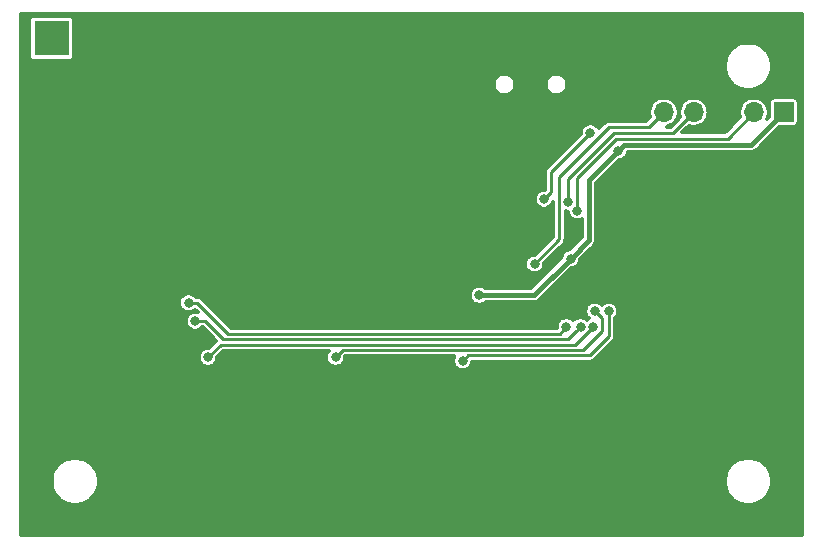
<source format=gbr>
G04 #@! TF.GenerationSoftware,KiCad,Pcbnew,5.1.6-c6e7f7d~87~ubuntu20.04.1*
G04 #@! TF.CreationDate,2020-09-01T15:12:56+02:00*
G04 #@! TF.ProjectId,UVDAR_Board,55564441-525f-4426-9f61-72642e6b6963,rev?*
G04 #@! TF.SameCoordinates,Original*
G04 #@! TF.FileFunction,Copper,L2,Bot*
G04 #@! TF.FilePolarity,Positive*
%FSLAX46Y46*%
G04 Gerber Fmt 4.6, Leading zero omitted, Abs format (unit mm)*
G04 Created by KiCad (PCBNEW 5.1.6-c6e7f7d~87~ubuntu20.04.1) date 2020-09-01 15:12:56*
%MOMM*%
%LPD*%
G01*
G04 APERTURE LIST*
G04 #@! TA.AperFunction,ComponentPad*
%ADD10R,1.700000X1.700000*%
G04 #@! TD*
G04 #@! TA.AperFunction,ComponentPad*
%ADD11O,1.700000X1.700000*%
G04 #@! TD*
G04 #@! TA.AperFunction,ComponentPad*
%ADD12C,3.000000*%
G04 #@! TD*
G04 #@! TA.AperFunction,ComponentPad*
%ADD13R,3.000000X3.000000*%
G04 #@! TD*
G04 #@! TA.AperFunction,ViaPad*
%ADD14C,0.800000*%
G04 #@! TD*
G04 #@! TA.AperFunction,Conductor*
%ADD15C,0.400000*%
G04 #@! TD*
G04 #@! TA.AperFunction,Conductor*
%ADD16C,0.250000*%
G04 #@! TD*
G04 #@! TA.AperFunction,Conductor*
%ADD17C,0.300000*%
G04 #@! TD*
G04 #@! TA.AperFunction,Conductor*
%ADD18C,0.254000*%
G04 #@! TD*
G04 APERTURE END LIST*
D10*
X157000000Y-110750000D03*
D11*
X154460000Y-110750000D03*
X151920000Y-110750000D03*
X149380000Y-110750000D03*
X146840000Y-110750000D03*
D12*
X95000000Y-109500000D03*
D13*
X95000000Y-104500000D03*
D14*
X146000000Y-122500000D03*
X147000000Y-134000000D03*
X139000000Y-134000000D03*
X136000000Y-134000000D03*
X106000000Y-135000000D03*
X104000000Y-135000000D03*
X104000000Y-127000000D03*
X105000000Y-125000000D03*
X104000000Y-115000000D03*
X107000000Y-115000000D03*
X106500000Y-105000000D03*
X106500000Y-107000000D03*
X106500000Y-109000000D03*
X108000000Y-107000000D03*
X108000000Y-105000000D03*
X107250000Y-106000000D03*
X129000000Y-124800000D03*
X123000000Y-116000000D03*
X120000000Y-113900000D03*
X107226341Y-107980849D03*
X129000000Y-108000000D03*
X126000000Y-108000000D03*
X126000000Y-111000000D03*
X129000000Y-111000000D03*
X129000000Y-114000000D03*
X129000000Y-117000000D03*
X129000000Y-120000000D03*
X126000000Y-117000000D03*
X126000000Y-114000000D03*
X129000000Y-105000000D03*
X152000000Y-105000000D03*
X156000000Y-105000000D03*
X111000000Y-131500000D03*
X113000000Y-131500000D03*
X111000000Y-128000000D03*
X126500000Y-128000000D03*
X129500000Y-128000000D03*
X126500000Y-132000000D03*
X126500000Y-135000000D03*
X108500000Y-126000000D03*
X108500000Y-123000000D03*
X108500000Y-119500000D03*
X108500000Y-116000000D03*
X137500000Y-132500000D03*
X143000000Y-117000000D03*
X134500000Y-120500000D03*
X134000000Y-104500000D03*
X137500000Y-104500000D03*
X139000000Y-120500000D03*
X137000000Y-120500000D03*
X123750000Y-128000000D03*
X123750000Y-131750000D03*
X103750000Y-123500000D03*
X143230000Y-131200000D03*
X150000000Y-105750000D03*
X147500000Y-106750000D03*
X143750000Y-104250000D03*
X147500000Y-104250000D03*
X145000000Y-110000000D03*
X144750000Y-106750000D03*
X142000000Y-106250000D03*
X139000000Y-108500000D03*
X134000000Y-113500000D03*
X113750000Y-135250000D03*
X113750000Y-134250000D03*
X122500000Y-122750000D03*
X123000000Y-118000000D03*
X144750000Y-123750000D03*
X147250000Y-121250000D03*
X144750000Y-121250000D03*
X147250000Y-123750000D03*
X111000000Y-124250000D03*
X97500000Y-108500000D03*
X97500000Y-109500000D03*
X97500000Y-110500000D03*
X97500000Y-111500000D03*
X98250000Y-111000000D03*
X98250000Y-110000000D03*
X98250000Y-109000000D03*
X92750000Y-108500000D03*
X92750000Y-109500000D03*
X92750000Y-110500000D03*
X92750000Y-111500000D03*
X96500000Y-112000000D03*
X95500000Y-112000000D03*
X98250000Y-112000000D03*
X94500000Y-112000000D03*
X93500000Y-112000000D03*
X143000000Y-114000000D03*
X131221795Y-126240000D03*
X138960000Y-123140000D03*
X135900000Y-123600000D03*
X106605001Y-126890000D03*
X138600043Y-128910495D03*
X107160000Y-128430000D03*
X139800000Y-128900004D03*
X108250000Y-131500008D03*
X140874990Y-128899992D03*
X129816184Y-131806184D03*
X142200000Y-127600000D03*
X119050000Y-131500008D03*
X141000000Y-127600000D03*
X138725010Y-118374990D03*
X139500000Y-119100000D03*
X136700000Y-118099974D03*
X140625000Y-112500000D03*
D15*
X140500000Y-121600000D02*
X138960000Y-123140000D01*
X143500000Y-113500000D02*
X143000000Y-114000000D01*
X154250000Y-113500000D02*
X143500000Y-113500000D01*
X157000000Y-110500000D02*
X157000000Y-110750000D01*
X157000000Y-110750000D02*
X154250000Y-113500000D01*
X135860000Y-126240000D02*
X131221795Y-126240000D01*
X138960000Y-123140000D02*
X135860000Y-126240000D01*
X140500000Y-116500000D02*
X140500000Y-121600000D01*
X143000000Y-114000000D02*
X140500000Y-116500000D01*
D16*
X146840000Y-110500000D02*
X146840000Y-110750000D01*
X138000000Y-121500000D02*
X135900000Y-123600000D01*
X142200000Y-112000000D02*
X138000000Y-116200000D01*
X146840000Y-110750000D02*
X145590000Y-112000000D01*
X138000000Y-116200000D02*
X138000000Y-121500000D01*
X145590000Y-112000000D02*
X142200000Y-112000000D01*
X109970000Y-129500000D02*
X138010538Y-129500000D01*
X138010538Y-129500000D02*
X138600043Y-128910495D01*
X106605001Y-126890000D02*
X107360000Y-126890000D01*
X107360000Y-126890000D02*
X109970000Y-129500000D01*
X107160000Y-128430000D02*
X107160000Y-128430000D01*
X109550011Y-129950011D02*
X138749993Y-129950011D01*
X139400001Y-129300003D02*
X139800000Y-128900004D01*
X138749993Y-129950011D02*
X139400001Y-129300003D01*
X107160000Y-128430000D02*
X108030000Y-128430000D01*
X108030000Y-128430000D02*
X109550011Y-129950011D01*
X108250000Y-131500008D02*
X109310008Y-130440000D01*
X109310008Y-130440000D02*
X139334982Y-130440000D01*
X140474991Y-129299991D02*
X140874990Y-128899992D01*
X139334982Y-130440000D02*
X140474991Y-129299991D01*
X142200000Y-129700000D02*
X142200000Y-127600000D01*
X140559978Y-131340022D02*
X142200000Y-129700000D01*
X129816184Y-131806184D02*
X130282346Y-131340022D01*
X130282346Y-131340022D02*
X140559978Y-131340022D01*
X140009989Y-130890011D02*
X141600000Y-129300000D01*
X141399999Y-127999999D02*
X141000000Y-127600000D01*
X119050000Y-131500008D02*
X119659997Y-130890011D01*
X141600000Y-128200000D02*
X141399999Y-127999999D01*
X141600000Y-129300000D02*
X141600000Y-128200000D01*
X119659997Y-130890011D02*
X140009989Y-130890011D01*
X142636410Y-112500000D02*
X138725010Y-116411400D01*
X149380000Y-110500000D02*
X149380000Y-110750000D01*
X147630000Y-112500000D02*
X142636410Y-112500000D01*
X149380000Y-110750000D02*
X147630000Y-112500000D01*
X138725010Y-116400000D02*
X138725010Y-118374990D01*
X142797831Y-112974989D02*
X139500000Y-116272820D01*
X152235011Y-112974989D02*
X142797831Y-112974989D01*
X154460000Y-110500000D02*
X154460000Y-110750000D01*
X154460000Y-110750000D02*
X152235011Y-112974989D01*
X139500000Y-116300000D02*
X139500000Y-119100000D01*
X137299974Y-115825026D02*
X140625000Y-112500000D01*
X136700000Y-118099974D02*
X137299974Y-117500000D01*
X137299974Y-117500000D02*
X137299974Y-115825026D01*
D17*
G36*
X158550001Y-146550000D02*
G01*
X92450000Y-146550000D01*
X92450000Y-141803017D01*
X95000000Y-141803017D01*
X95000000Y-142196983D01*
X95076859Y-142583378D01*
X95227623Y-142947355D01*
X95446499Y-143274926D01*
X95725074Y-143553501D01*
X96052645Y-143772377D01*
X96416622Y-143923141D01*
X96803017Y-144000000D01*
X97196983Y-144000000D01*
X97583378Y-143923141D01*
X97947355Y-143772377D01*
X98274926Y-143553501D01*
X98553501Y-143274926D01*
X98772377Y-142947355D01*
X98923141Y-142583378D01*
X99000000Y-142196983D01*
X99000000Y-141803017D01*
X152000000Y-141803017D01*
X152000000Y-142196983D01*
X152076859Y-142583378D01*
X152227623Y-142947355D01*
X152446499Y-143274926D01*
X152725074Y-143553501D01*
X153052645Y-143772377D01*
X153416622Y-143923141D01*
X153803017Y-144000000D01*
X154196983Y-144000000D01*
X154583378Y-143923141D01*
X154947355Y-143772377D01*
X155274926Y-143553501D01*
X155553501Y-143274926D01*
X155772377Y-142947355D01*
X155923141Y-142583378D01*
X156000000Y-142196983D01*
X156000000Y-141803017D01*
X155923141Y-141416622D01*
X155772377Y-141052645D01*
X155553501Y-140725074D01*
X155274926Y-140446499D01*
X154947355Y-140227623D01*
X154583378Y-140076859D01*
X154196983Y-140000000D01*
X153803017Y-140000000D01*
X153416622Y-140076859D01*
X153052645Y-140227623D01*
X152725074Y-140446499D01*
X152446499Y-140725074D01*
X152227623Y-141052645D01*
X152076859Y-141416622D01*
X152000000Y-141803017D01*
X99000000Y-141803017D01*
X98923141Y-141416622D01*
X98772377Y-141052645D01*
X98553501Y-140725074D01*
X98274926Y-140446499D01*
X97947355Y-140227623D01*
X97583378Y-140076859D01*
X97196983Y-140000000D01*
X96803017Y-140000000D01*
X96416622Y-140076859D01*
X96052645Y-140227623D01*
X95725074Y-140446499D01*
X95446499Y-140725074D01*
X95227623Y-141052645D01*
X95076859Y-141416622D01*
X95000000Y-141803017D01*
X92450000Y-141803017D01*
X92450000Y-126811207D01*
X105805001Y-126811207D01*
X105805001Y-126968793D01*
X105835744Y-127123351D01*
X105896050Y-127268942D01*
X105983600Y-127399970D01*
X106095031Y-127511401D01*
X106226059Y-127598951D01*
X106371650Y-127659257D01*
X106526208Y-127690000D01*
X106683794Y-127690000D01*
X106838352Y-127659257D01*
X106983943Y-127598951D01*
X107114971Y-127511401D01*
X107176955Y-127449417D01*
X107387023Y-127659484D01*
X107238793Y-127630000D01*
X107081207Y-127630000D01*
X106926649Y-127660743D01*
X106781058Y-127721049D01*
X106650030Y-127808599D01*
X106538599Y-127920030D01*
X106451049Y-128051058D01*
X106390743Y-128196649D01*
X106360000Y-128351207D01*
X106360000Y-128508793D01*
X106390743Y-128663351D01*
X106451049Y-128808942D01*
X106538599Y-128939970D01*
X106650030Y-129051401D01*
X106781058Y-129138951D01*
X106926649Y-129199257D01*
X107081207Y-129230000D01*
X107238793Y-129230000D01*
X107393351Y-129199257D01*
X107538942Y-129138951D01*
X107669970Y-129051401D01*
X107766371Y-128955000D01*
X107812539Y-128955000D01*
X108931360Y-130073822D01*
X108920542Y-130087004D01*
X108307539Y-130700008D01*
X108171207Y-130700008D01*
X108016649Y-130730751D01*
X107871058Y-130791057D01*
X107740030Y-130878607D01*
X107628599Y-130990038D01*
X107541049Y-131121066D01*
X107480743Y-131266657D01*
X107450000Y-131421215D01*
X107450000Y-131578801D01*
X107480743Y-131733359D01*
X107541049Y-131878950D01*
X107628599Y-132009978D01*
X107740030Y-132121409D01*
X107871058Y-132208959D01*
X108016649Y-132269265D01*
X108171207Y-132300008D01*
X108328793Y-132300008D01*
X108483351Y-132269265D01*
X108628942Y-132208959D01*
X108759970Y-132121409D01*
X108871401Y-132009978D01*
X108958951Y-131878950D01*
X109019257Y-131733359D01*
X109050000Y-131578801D01*
X109050000Y-131442469D01*
X109527470Y-130965000D01*
X118453637Y-130965000D01*
X118428599Y-130990038D01*
X118341049Y-131121066D01*
X118280743Y-131266657D01*
X118250000Y-131421215D01*
X118250000Y-131578801D01*
X118280743Y-131733359D01*
X118341049Y-131878950D01*
X118428599Y-132009978D01*
X118540030Y-132121409D01*
X118671058Y-132208959D01*
X118816649Y-132269265D01*
X118971207Y-132300008D01*
X119128793Y-132300008D01*
X119283351Y-132269265D01*
X119428942Y-132208959D01*
X119559970Y-132121409D01*
X119671401Y-132009978D01*
X119758951Y-131878950D01*
X119819257Y-131733359D01*
X119850000Y-131578801D01*
X119850000Y-131442470D01*
X119877459Y-131415011D01*
X129115405Y-131415011D01*
X129107233Y-131427242D01*
X129046927Y-131572833D01*
X129016184Y-131727391D01*
X129016184Y-131884977D01*
X129046927Y-132039535D01*
X129107233Y-132185126D01*
X129194783Y-132316154D01*
X129306214Y-132427585D01*
X129437242Y-132515135D01*
X129582833Y-132575441D01*
X129737391Y-132606184D01*
X129894977Y-132606184D01*
X130049535Y-132575441D01*
X130195126Y-132515135D01*
X130326154Y-132427585D01*
X130437585Y-132316154D01*
X130525135Y-132185126D01*
X130585441Y-132039535D01*
X130616184Y-131884977D01*
X130616184Y-131865022D01*
X140534198Y-131865022D01*
X140559978Y-131867561D01*
X140585758Y-131865022D01*
X140585766Y-131865022D01*
X140662896Y-131857425D01*
X140761859Y-131827405D01*
X140853064Y-131778655D01*
X140933005Y-131713049D01*
X140949449Y-131693012D01*
X142552996Y-130089466D01*
X142573027Y-130073027D01*
X142638633Y-129993086D01*
X142687383Y-129901881D01*
X142717403Y-129802918D01*
X142725000Y-129725788D01*
X142725000Y-129725781D01*
X142727539Y-129700001D01*
X142725000Y-129674221D01*
X142725000Y-128206371D01*
X142821401Y-128109970D01*
X142908951Y-127978942D01*
X142969257Y-127833351D01*
X143000000Y-127678793D01*
X143000000Y-127521207D01*
X142969257Y-127366649D01*
X142908951Y-127221058D01*
X142821401Y-127090030D01*
X142709970Y-126978599D01*
X142578942Y-126891049D01*
X142433351Y-126830743D01*
X142278793Y-126800000D01*
X142121207Y-126800000D01*
X141966649Y-126830743D01*
X141821058Y-126891049D01*
X141690030Y-126978599D01*
X141600000Y-127068629D01*
X141509970Y-126978599D01*
X141378942Y-126891049D01*
X141233351Y-126830743D01*
X141078793Y-126800000D01*
X140921207Y-126800000D01*
X140766649Y-126830743D01*
X140621058Y-126891049D01*
X140490030Y-126978599D01*
X140378599Y-127090030D01*
X140291049Y-127221058D01*
X140230743Y-127366649D01*
X140200000Y-127521207D01*
X140200000Y-127678793D01*
X140230743Y-127833351D01*
X140291049Y-127978942D01*
X140378599Y-128109970D01*
X140474241Y-128205612D01*
X140365020Y-128278591D01*
X140337489Y-128306122D01*
X140309970Y-128278603D01*
X140178942Y-128191053D01*
X140033351Y-128130747D01*
X139878793Y-128100004D01*
X139721207Y-128100004D01*
X139566649Y-128130747D01*
X139421058Y-128191053D01*
X139290030Y-128278603D01*
X139194776Y-128373857D01*
X139110013Y-128289094D01*
X138978985Y-128201544D01*
X138833394Y-128141238D01*
X138678836Y-128110495D01*
X138521250Y-128110495D01*
X138366692Y-128141238D01*
X138221101Y-128201544D01*
X138090073Y-128289094D01*
X137978642Y-128400525D01*
X137891092Y-128531553D01*
X137830786Y-128677144D01*
X137800043Y-128831702D01*
X137800043Y-128968034D01*
X137793077Y-128975000D01*
X110187462Y-128975000D01*
X107749471Y-126537010D01*
X107733027Y-126516973D01*
X107653086Y-126451367D01*
X107561881Y-126402617D01*
X107462918Y-126372597D01*
X107385788Y-126365000D01*
X107385780Y-126365000D01*
X107360000Y-126362461D01*
X107334220Y-126365000D01*
X107211372Y-126365000D01*
X107114971Y-126268599D01*
X106983943Y-126181049D01*
X106936041Y-126161207D01*
X130421795Y-126161207D01*
X130421795Y-126318793D01*
X130452538Y-126473351D01*
X130512844Y-126618942D01*
X130600394Y-126749970D01*
X130711825Y-126861401D01*
X130842853Y-126948951D01*
X130988444Y-127009257D01*
X131143002Y-127040000D01*
X131300588Y-127040000D01*
X131455146Y-127009257D01*
X131600737Y-126948951D01*
X131731765Y-126861401D01*
X131753166Y-126840000D01*
X135830526Y-126840000D01*
X135860000Y-126842903D01*
X135889474Y-126840000D01*
X135977621Y-126831318D01*
X136090721Y-126797010D01*
X136194955Y-126741296D01*
X136286317Y-126666317D01*
X136305113Y-126643414D01*
X139008528Y-123940000D01*
X139038793Y-123940000D01*
X139193351Y-123909257D01*
X139338942Y-123848951D01*
X139469970Y-123761401D01*
X139581401Y-123649970D01*
X139668951Y-123518942D01*
X139729257Y-123373351D01*
X139760000Y-123218793D01*
X139760000Y-123188527D01*
X140903419Y-122045109D01*
X140926317Y-122026317D01*
X141001296Y-121934955D01*
X141045103Y-121852997D01*
X141057010Y-121830722D01*
X141091318Y-121717621D01*
X141102903Y-121600000D01*
X141100000Y-121570526D01*
X141100000Y-116748527D01*
X143048528Y-114800000D01*
X143078793Y-114800000D01*
X143233351Y-114769257D01*
X143378942Y-114708951D01*
X143509970Y-114621401D01*
X143621401Y-114509970D01*
X143708951Y-114378942D01*
X143769257Y-114233351D01*
X143795782Y-114100000D01*
X154220526Y-114100000D01*
X154250000Y-114102903D01*
X154279474Y-114100000D01*
X154367621Y-114091318D01*
X154480721Y-114057010D01*
X154584955Y-114001296D01*
X154676317Y-113926317D01*
X154695113Y-113903414D01*
X156596593Y-112001935D01*
X157850000Y-112001935D01*
X157928414Y-111994212D01*
X158003814Y-111971340D01*
X158073303Y-111934197D01*
X158134211Y-111884211D01*
X158184197Y-111823303D01*
X158221340Y-111753814D01*
X158244212Y-111678414D01*
X158251935Y-111600000D01*
X158251935Y-109900000D01*
X158244212Y-109821586D01*
X158221340Y-109746186D01*
X158184197Y-109676697D01*
X158134211Y-109615789D01*
X158073303Y-109565803D01*
X158003814Y-109528660D01*
X157928414Y-109505788D01*
X157850000Y-109498065D01*
X156150000Y-109498065D01*
X156071586Y-109505788D01*
X155996186Y-109528660D01*
X155926697Y-109565803D01*
X155865789Y-109615789D01*
X155815803Y-109676697D01*
X155778660Y-109746186D01*
X155755788Y-109821586D01*
X155748065Y-109900000D01*
X155748065Y-111153407D01*
X155573647Y-111327825D01*
X155661963Y-111114611D01*
X155710000Y-110873114D01*
X155710000Y-110626886D01*
X155661963Y-110385389D01*
X155567735Y-110157903D01*
X155430938Y-109953172D01*
X155256828Y-109779062D01*
X155052097Y-109642265D01*
X154824611Y-109548037D01*
X154583114Y-109500000D01*
X154336886Y-109500000D01*
X154095389Y-109548037D01*
X153867903Y-109642265D01*
X153663172Y-109779062D01*
X153489062Y-109953172D01*
X153352265Y-110157903D01*
X153258037Y-110385389D01*
X153215348Y-110599998D01*
X153136648Y-110599998D01*
X153221664Y-110391967D01*
X153126804Y-110144904D01*
X152985567Y-109921095D01*
X152803381Y-109729140D01*
X152587247Y-109576416D01*
X152345471Y-109468793D01*
X152278032Y-109448342D01*
X152070000Y-109534218D01*
X152070000Y-110600000D01*
X152090000Y-110600000D01*
X152090000Y-110900000D01*
X152070000Y-110900000D01*
X152070000Y-111965782D01*
X152278032Y-112051658D01*
X152345471Y-112031207D01*
X152509224Y-111958315D01*
X152017550Y-112449989D01*
X148422472Y-112449989D01*
X148948292Y-111924170D01*
X149015389Y-111951963D01*
X149256886Y-112000000D01*
X149503114Y-112000000D01*
X149744611Y-111951963D01*
X149972097Y-111857735D01*
X150176828Y-111720938D01*
X150350938Y-111546828D01*
X150487735Y-111342097D01*
X150581963Y-111114611D01*
X150624652Y-110900002D01*
X150703352Y-110900002D01*
X150618336Y-111108033D01*
X150713196Y-111355096D01*
X150854433Y-111578905D01*
X151036619Y-111770860D01*
X151252753Y-111923584D01*
X151494529Y-112031207D01*
X151561968Y-112051658D01*
X151770000Y-111965782D01*
X151770000Y-110900000D01*
X151750000Y-110900000D01*
X151750000Y-110600000D01*
X151770000Y-110600000D01*
X151770000Y-109534218D01*
X151561968Y-109448342D01*
X151494529Y-109468793D01*
X151252753Y-109576416D01*
X151036619Y-109729140D01*
X150854433Y-109921095D01*
X150713196Y-110144904D01*
X150618336Y-110391967D01*
X150703352Y-110599998D01*
X150624652Y-110599998D01*
X150581963Y-110385389D01*
X150487735Y-110157903D01*
X150350938Y-109953172D01*
X150176828Y-109779062D01*
X149972097Y-109642265D01*
X149744611Y-109548037D01*
X149503114Y-109500000D01*
X149256886Y-109500000D01*
X149015389Y-109548037D01*
X148787903Y-109642265D01*
X148583172Y-109779062D01*
X148409062Y-109953172D01*
X148272265Y-110157903D01*
X148178037Y-110385389D01*
X148130000Y-110626886D01*
X148130000Y-110873114D01*
X148178037Y-111114611D01*
X148205830Y-111181708D01*
X147412539Y-111975000D01*
X147088797Y-111975000D01*
X147204611Y-111951963D01*
X147432097Y-111857735D01*
X147636828Y-111720938D01*
X147810938Y-111546828D01*
X147947735Y-111342097D01*
X148041963Y-111114611D01*
X148090000Y-110873114D01*
X148090000Y-110626886D01*
X148041963Y-110385389D01*
X147947735Y-110157903D01*
X147810938Y-109953172D01*
X147636828Y-109779062D01*
X147432097Y-109642265D01*
X147204611Y-109548037D01*
X146963114Y-109500000D01*
X146716886Y-109500000D01*
X146475389Y-109548037D01*
X146247903Y-109642265D01*
X146043172Y-109779062D01*
X145869062Y-109953172D01*
X145732265Y-110157903D01*
X145638037Y-110385389D01*
X145590000Y-110626886D01*
X145590000Y-110873114D01*
X145638037Y-111114611D01*
X145665830Y-111181709D01*
X145372539Y-111475000D01*
X142225780Y-111475000D01*
X142200000Y-111472461D01*
X142174220Y-111475000D01*
X142174212Y-111475000D01*
X142097082Y-111482597D01*
X141998119Y-111512617D01*
X141906914Y-111561367D01*
X141826973Y-111626973D01*
X141810534Y-111647004D01*
X141334692Y-112122846D01*
X141333951Y-112121058D01*
X141246401Y-111990030D01*
X141134970Y-111878599D01*
X141003942Y-111791049D01*
X140858351Y-111730743D01*
X140703793Y-111700000D01*
X140546207Y-111700000D01*
X140391649Y-111730743D01*
X140246058Y-111791049D01*
X140115030Y-111878599D01*
X140003599Y-111990030D01*
X139916049Y-112121058D01*
X139855743Y-112266649D01*
X139825000Y-112421207D01*
X139825000Y-112557537D01*
X136946979Y-115435560D01*
X136926948Y-115451999D01*
X136910509Y-115472030D01*
X136861341Y-115531941D01*
X136812591Y-115623146D01*
X136782571Y-115722109D01*
X136772435Y-115825026D01*
X136774975Y-115850816D01*
X136774974Y-117282538D01*
X136757538Y-117299974D01*
X136621207Y-117299974D01*
X136466649Y-117330717D01*
X136321058Y-117391023D01*
X136190030Y-117478573D01*
X136078599Y-117590004D01*
X135991049Y-117721032D01*
X135930743Y-117866623D01*
X135900000Y-118021181D01*
X135900000Y-118178767D01*
X135930743Y-118333325D01*
X135991049Y-118478916D01*
X136078599Y-118609944D01*
X136190030Y-118721375D01*
X136321058Y-118808925D01*
X136466649Y-118869231D01*
X136621207Y-118899974D01*
X136778793Y-118899974D01*
X136933351Y-118869231D01*
X137078942Y-118808925D01*
X137209970Y-118721375D01*
X137321401Y-118609944D01*
X137408951Y-118478916D01*
X137469257Y-118333325D01*
X137475000Y-118304451D01*
X137475001Y-121282537D01*
X135957539Y-122800000D01*
X135821207Y-122800000D01*
X135666649Y-122830743D01*
X135521058Y-122891049D01*
X135390030Y-122978599D01*
X135278599Y-123090030D01*
X135191049Y-123221058D01*
X135130743Y-123366649D01*
X135100000Y-123521207D01*
X135100000Y-123678793D01*
X135130743Y-123833351D01*
X135191049Y-123978942D01*
X135278599Y-124109970D01*
X135390030Y-124221401D01*
X135521058Y-124308951D01*
X135666649Y-124369257D01*
X135821207Y-124400000D01*
X135978793Y-124400000D01*
X136133351Y-124369257D01*
X136278942Y-124308951D01*
X136409970Y-124221401D01*
X136521401Y-124109970D01*
X136608951Y-123978942D01*
X136669257Y-123833351D01*
X136700000Y-123678793D01*
X136700000Y-123542461D01*
X138352996Y-121889466D01*
X138373027Y-121873027D01*
X138438633Y-121793086D01*
X138487383Y-121701881D01*
X138517403Y-121602918D01*
X138525000Y-121525788D01*
X138525000Y-121525781D01*
X138527539Y-121500001D01*
X138525000Y-121474221D01*
X138525000Y-119150879D01*
X138646217Y-119174990D01*
X138700000Y-119174990D01*
X138700000Y-119178793D01*
X138730743Y-119333351D01*
X138791049Y-119478942D01*
X138878599Y-119609970D01*
X138990030Y-119721401D01*
X139121058Y-119808951D01*
X139266649Y-119869257D01*
X139421207Y-119900000D01*
X139578793Y-119900000D01*
X139733351Y-119869257D01*
X139878942Y-119808951D01*
X139900001Y-119794880D01*
X139900001Y-121351471D01*
X138911473Y-122340000D01*
X138881207Y-122340000D01*
X138726649Y-122370743D01*
X138581058Y-122431049D01*
X138450030Y-122518599D01*
X138338599Y-122630030D01*
X138251049Y-122761058D01*
X138190743Y-122906649D01*
X138160000Y-123061207D01*
X138160000Y-123091472D01*
X135611473Y-125640000D01*
X131753166Y-125640000D01*
X131731765Y-125618599D01*
X131600737Y-125531049D01*
X131455146Y-125470743D01*
X131300588Y-125440000D01*
X131143002Y-125440000D01*
X130988444Y-125470743D01*
X130842853Y-125531049D01*
X130711825Y-125618599D01*
X130600394Y-125730030D01*
X130512844Y-125861058D01*
X130452538Y-126006649D01*
X130421795Y-126161207D01*
X106936041Y-126161207D01*
X106838352Y-126120743D01*
X106683794Y-126090000D01*
X106526208Y-126090000D01*
X106371650Y-126120743D01*
X106226059Y-126181049D01*
X106095031Y-126268599D01*
X105983600Y-126380030D01*
X105896050Y-126511058D01*
X105835744Y-126656649D01*
X105805001Y-126811207D01*
X92450000Y-126811207D01*
X92450000Y-110934506D01*
X93777626Y-110934506D01*
X93943389Y-111209495D01*
X94297198Y-111382782D01*
X94678015Y-111483715D01*
X95071205Y-111508414D01*
X95461659Y-111455932D01*
X95834371Y-111328285D01*
X96056611Y-111209495D01*
X96222374Y-110934506D01*
X95000000Y-109712132D01*
X93777626Y-110934506D01*
X92450000Y-110934506D01*
X92450000Y-109571205D01*
X92991586Y-109571205D01*
X93044068Y-109961659D01*
X93171715Y-110334371D01*
X93290505Y-110556611D01*
X93565494Y-110722374D01*
X94787868Y-109500000D01*
X95212132Y-109500000D01*
X96434506Y-110722374D01*
X96709495Y-110556611D01*
X96882782Y-110202802D01*
X96983715Y-109821985D01*
X97008414Y-109428795D01*
X96955932Y-109038341D01*
X96828285Y-108665629D01*
X96709495Y-108443389D01*
X96490465Y-108311358D01*
X132450000Y-108311358D01*
X132450000Y-108488642D01*
X132484586Y-108662520D01*
X132552430Y-108826310D01*
X132650924Y-108973717D01*
X132776283Y-109099076D01*
X132923690Y-109197570D01*
X133087480Y-109265414D01*
X133261358Y-109300000D01*
X133438642Y-109300000D01*
X133612520Y-109265414D01*
X133776310Y-109197570D01*
X133923717Y-109099076D01*
X134049076Y-108973717D01*
X134147570Y-108826310D01*
X134215414Y-108662520D01*
X134250000Y-108488642D01*
X134250000Y-108311358D01*
X136850000Y-108311358D01*
X136850000Y-108488642D01*
X136884586Y-108662520D01*
X136952430Y-108826310D01*
X137050924Y-108973717D01*
X137176283Y-109099076D01*
X137323690Y-109197570D01*
X137487480Y-109265414D01*
X137661358Y-109300000D01*
X137838642Y-109300000D01*
X138012520Y-109265414D01*
X138176310Y-109197570D01*
X138323717Y-109099076D01*
X138449076Y-108973717D01*
X138547570Y-108826310D01*
X138615414Y-108662520D01*
X138650000Y-108488642D01*
X138650000Y-108311358D01*
X138615414Y-108137480D01*
X138547570Y-107973690D01*
X138449076Y-107826283D01*
X138323717Y-107700924D01*
X138176310Y-107602430D01*
X138012520Y-107534586D01*
X137838642Y-107500000D01*
X137661358Y-107500000D01*
X137487480Y-107534586D01*
X137323690Y-107602430D01*
X137176283Y-107700924D01*
X137050924Y-107826283D01*
X136952430Y-107973690D01*
X136884586Y-108137480D01*
X136850000Y-108311358D01*
X134250000Y-108311358D01*
X134215414Y-108137480D01*
X134147570Y-107973690D01*
X134049076Y-107826283D01*
X133923717Y-107700924D01*
X133776310Y-107602430D01*
X133612520Y-107534586D01*
X133438642Y-107500000D01*
X133261358Y-107500000D01*
X133087480Y-107534586D01*
X132923690Y-107602430D01*
X132776283Y-107700924D01*
X132650924Y-107826283D01*
X132552430Y-107973690D01*
X132484586Y-108137480D01*
X132450000Y-108311358D01*
X96490465Y-108311358D01*
X96434506Y-108277626D01*
X95212132Y-109500000D01*
X94787868Y-109500000D01*
X93565494Y-108277626D01*
X93290505Y-108443389D01*
X93117218Y-108797198D01*
X93016285Y-109178015D01*
X92991586Y-109571205D01*
X92450000Y-109571205D01*
X92450000Y-108065494D01*
X93777626Y-108065494D01*
X95000000Y-109287868D01*
X96222374Y-108065494D01*
X96056611Y-107790505D01*
X95702802Y-107617218D01*
X95321985Y-107516285D01*
X94928795Y-107491586D01*
X94538341Y-107544068D01*
X94165629Y-107671715D01*
X93943389Y-107790505D01*
X93777626Y-108065494D01*
X92450000Y-108065494D01*
X92450000Y-106653017D01*
X152000000Y-106653017D01*
X152000000Y-107046983D01*
X152076859Y-107433378D01*
X152227623Y-107797355D01*
X152446499Y-108124926D01*
X152725074Y-108403501D01*
X153052645Y-108622377D01*
X153416622Y-108773141D01*
X153803017Y-108850000D01*
X154196983Y-108850000D01*
X154583378Y-108773141D01*
X154947355Y-108622377D01*
X155274926Y-108403501D01*
X155553501Y-108124926D01*
X155772377Y-107797355D01*
X155923141Y-107433378D01*
X156000000Y-107046983D01*
X156000000Y-106653017D01*
X155923141Y-106266622D01*
X155772377Y-105902645D01*
X155553501Y-105575074D01*
X155274926Y-105296499D01*
X154947355Y-105077623D01*
X154583378Y-104926859D01*
X154196983Y-104850000D01*
X153803017Y-104850000D01*
X153416622Y-104926859D01*
X153052645Y-105077623D01*
X152725074Y-105296499D01*
X152446499Y-105575074D01*
X152227623Y-105902645D01*
X152076859Y-106266622D01*
X152000000Y-106653017D01*
X92450000Y-106653017D01*
X92450000Y-103000000D01*
X93098065Y-103000000D01*
X93098065Y-106000000D01*
X93105788Y-106078414D01*
X93128660Y-106153814D01*
X93165803Y-106223303D01*
X93215789Y-106284211D01*
X93276697Y-106334197D01*
X93346186Y-106371340D01*
X93421586Y-106394212D01*
X93500000Y-106401935D01*
X96500000Y-106401935D01*
X96578414Y-106394212D01*
X96653814Y-106371340D01*
X96723303Y-106334197D01*
X96784211Y-106284211D01*
X96834197Y-106223303D01*
X96871340Y-106153814D01*
X96894212Y-106078414D01*
X96901935Y-106000000D01*
X96901935Y-103000000D01*
X96894212Y-102921586D01*
X96871340Y-102846186D01*
X96834197Y-102776697D01*
X96784211Y-102715789D01*
X96723303Y-102665803D01*
X96653814Y-102628660D01*
X96578414Y-102605788D01*
X96500000Y-102598065D01*
X93500000Y-102598065D01*
X93421586Y-102605788D01*
X93346186Y-102628660D01*
X93276697Y-102665803D01*
X93215789Y-102715789D01*
X93165803Y-102776697D01*
X93128660Y-102846186D01*
X93105788Y-102921586D01*
X93098065Y-103000000D01*
X92450000Y-103000000D01*
X92450000Y-102450000D01*
X158550000Y-102450000D01*
X158550001Y-146550000D01*
G37*
X158550001Y-146550000D02*
X92450000Y-146550000D01*
X92450000Y-141803017D01*
X95000000Y-141803017D01*
X95000000Y-142196983D01*
X95076859Y-142583378D01*
X95227623Y-142947355D01*
X95446499Y-143274926D01*
X95725074Y-143553501D01*
X96052645Y-143772377D01*
X96416622Y-143923141D01*
X96803017Y-144000000D01*
X97196983Y-144000000D01*
X97583378Y-143923141D01*
X97947355Y-143772377D01*
X98274926Y-143553501D01*
X98553501Y-143274926D01*
X98772377Y-142947355D01*
X98923141Y-142583378D01*
X99000000Y-142196983D01*
X99000000Y-141803017D01*
X152000000Y-141803017D01*
X152000000Y-142196983D01*
X152076859Y-142583378D01*
X152227623Y-142947355D01*
X152446499Y-143274926D01*
X152725074Y-143553501D01*
X153052645Y-143772377D01*
X153416622Y-143923141D01*
X153803017Y-144000000D01*
X154196983Y-144000000D01*
X154583378Y-143923141D01*
X154947355Y-143772377D01*
X155274926Y-143553501D01*
X155553501Y-143274926D01*
X155772377Y-142947355D01*
X155923141Y-142583378D01*
X156000000Y-142196983D01*
X156000000Y-141803017D01*
X155923141Y-141416622D01*
X155772377Y-141052645D01*
X155553501Y-140725074D01*
X155274926Y-140446499D01*
X154947355Y-140227623D01*
X154583378Y-140076859D01*
X154196983Y-140000000D01*
X153803017Y-140000000D01*
X153416622Y-140076859D01*
X153052645Y-140227623D01*
X152725074Y-140446499D01*
X152446499Y-140725074D01*
X152227623Y-141052645D01*
X152076859Y-141416622D01*
X152000000Y-141803017D01*
X99000000Y-141803017D01*
X98923141Y-141416622D01*
X98772377Y-141052645D01*
X98553501Y-140725074D01*
X98274926Y-140446499D01*
X97947355Y-140227623D01*
X97583378Y-140076859D01*
X97196983Y-140000000D01*
X96803017Y-140000000D01*
X96416622Y-140076859D01*
X96052645Y-140227623D01*
X95725074Y-140446499D01*
X95446499Y-140725074D01*
X95227623Y-141052645D01*
X95076859Y-141416622D01*
X95000000Y-141803017D01*
X92450000Y-141803017D01*
X92450000Y-126811207D01*
X105805001Y-126811207D01*
X105805001Y-126968793D01*
X105835744Y-127123351D01*
X105896050Y-127268942D01*
X105983600Y-127399970D01*
X106095031Y-127511401D01*
X106226059Y-127598951D01*
X106371650Y-127659257D01*
X106526208Y-127690000D01*
X106683794Y-127690000D01*
X106838352Y-127659257D01*
X106983943Y-127598951D01*
X107114971Y-127511401D01*
X107176955Y-127449417D01*
X107387023Y-127659484D01*
X107238793Y-127630000D01*
X107081207Y-127630000D01*
X106926649Y-127660743D01*
X106781058Y-127721049D01*
X106650030Y-127808599D01*
X106538599Y-127920030D01*
X106451049Y-128051058D01*
X106390743Y-128196649D01*
X106360000Y-128351207D01*
X106360000Y-128508793D01*
X106390743Y-128663351D01*
X106451049Y-128808942D01*
X106538599Y-128939970D01*
X106650030Y-129051401D01*
X106781058Y-129138951D01*
X106926649Y-129199257D01*
X107081207Y-129230000D01*
X107238793Y-129230000D01*
X107393351Y-129199257D01*
X107538942Y-129138951D01*
X107669970Y-129051401D01*
X107766371Y-128955000D01*
X107812539Y-128955000D01*
X108931360Y-130073822D01*
X108920542Y-130087004D01*
X108307539Y-130700008D01*
X108171207Y-130700008D01*
X108016649Y-130730751D01*
X107871058Y-130791057D01*
X107740030Y-130878607D01*
X107628599Y-130990038D01*
X107541049Y-131121066D01*
X107480743Y-131266657D01*
X107450000Y-131421215D01*
X107450000Y-131578801D01*
X107480743Y-131733359D01*
X107541049Y-131878950D01*
X107628599Y-132009978D01*
X107740030Y-132121409D01*
X107871058Y-132208959D01*
X108016649Y-132269265D01*
X108171207Y-132300008D01*
X108328793Y-132300008D01*
X108483351Y-132269265D01*
X108628942Y-132208959D01*
X108759970Y-132121409D01*
X108871401Y-132009978D01*
X108958951Y-131878950D01*
X109019257Y-131733359D01*
X109050000Y-131578801D01*
X109050000Y-131442469D01*
X109527470Y-130965000D01*
X118453637Y-130965000D01*
X118428599Y-130990038D01*
X118341049Y-131121066D01*
X118280743Y-131266657D01*
X118250000Y-131421215D01*
X118250000Y-131578801D01*
X118280743Y-131733359D01*
X118341049Y-131878950D01*
X118428599Y-132009978D01*
X118540030Y-132121409D01*
X118671058Y-132208959D01*
X118816649Y-132269265D01*
X118971207Y-132300008D01*
X119128793Y-132300008D01*
X119283351Y-132269265D01*
X119428942Y-132208959D01*
X119559970Y-132121409D01*
X119671401Y-132009978D01*
X119758951Y-131878950D01*
X119819257Y-131733359D01*
X119850000Y-131578801D01*
X119850000Y-131442470D01*
X119877459Y-131415011D01*
X129115405Y-131415011D01*
X129107233Y-131427242D01*
X129046927Y-131572833D01*
X129016184Y-131727391D01*
X129016184Y-131884977D01*
X129046927Y-132039535D01*
X129107233Y-132185126D01*
X129194783Y-132316154D01*
X129306214Y-132427585D01*
X129437242Y-132515135D01*
X129582833Y-132575441D01*
X129737391Y-132606184D01*
X129894977Y-132606184D01*
X130049535Y-132575441D01*
X130195126Y-132515135D01*
X130326154Y-132427585D01*
X130437585Y-132316154D01*
X130525135Y-132185126D01*
X130585441Y-132039535D01*
X130616184Y-131884977D01*
X130616184Y-131865022D01*
X140534198Y-131865022D01*
X140559978Y-131867561D01*
X140585758Y-131865022D01*
X140585766Y-131865022D01*
X140662896Y-131857425D01*
X140761859Y-131827405D01*
X140853064Y-131778655D01*
X140933005Y-131713049D01*
X140949449Y-131693012D01*
X142552996Y-130089466D01*
X142573027Y-130073027D01*
X142638633Y-129993086D01*
X142687383Y-129901881D01*
X142717403Y-129802918D01*
X142725000Y-129725788D01*
X142725000Y-129725781D01*
X142727539Y-129700001D01*
X142725000Y-129674221D01*
X142725000Y-128206371D01*
X142821401Y-128109970D01*
X142908951Y-127978942D01*
X142969257Y-127833351D01*
X143000000Y-127678793D01*
X143000000Y-127521207D01*
X142969257Y-127366649D01*
X142908951Y-127221058D01*
X142821401Y-127090030D01*
X142709970Y-126978599D01*
X142578942Y-126891049D01*
X142433351Y-126830743D01*
X142278793Y-126800000D01*
X142121207Y-126800000D01*
X141966649Y-126830743D01*
X141821058Y-126891049D01*
X141690030Y-126978599D01*
X141600000Y-127068629D01*
X141509970Y-126978599D01*
X141378942Y-126891049D01*
X141233351Y-126830743D01*
X141078793Y-126800000D01*
X140921207Y-126800000D01*
X140766649Y-126830743D01*
X140621058Y-126891049D01*
X140490030Y-126978599D01*
X140378599Y-127090030D01*
X140291049Y-127221058D01*
X140230743Y-127366649D01*
X140200000Y-127521207D01*
X140200000Y-127678793D01*
X140230743Y-127833351D01*
X140291049Y-127978942D01*
X140378599Y-128109970D01*
X140474241Y-128205612D01*
X140365020Y-128278591D01*
X140337489Y-128306122D01*
X140309970Y-128278603D01*
X140178942Y-128191053D01*
X140033351Y-128130747D01*
X139878793Y-128100004D01*
X139721207Y-128100004D01*
X139566649Y-128130747D01*
X139421058Y-128191053D01*
X139290030Y-128278603D01*
X139194776Y-128373857D01*
X139110013Y-128289094D01*
X138978985Y-128201544D01*
X138833394Y-128141238D01*
X138678836Y-128110495D01*
X138521250Y-128110495D01*
X138366692Y-128141238D01*
X138221101Y-128201544D01*
X138090073Y-128289094D01*
X137978642Y-128400525D01*
X137891092Y-128531553D01*
X137830786Y-128677144D01*
X137800043Y-128831702D01*
X137800043Y-128968034D01*
X137793077Y-128975000D01*
X110187462Y-128975000D01*
X107749471Y-126537010D01*
X107733027Y-126516973D01*
X107653086Y-126451367D01*
X107561881Y-126402617D01*
X107462918Y-126372597D01*
X107385788Y-126365000D01*
X107385780Y-126365000D01*
X107360000Y-126362461D01*
X107334220Y-126365000D01*
X107211372Y-126365000D01*
X107114971Y-126268599D01*
X106983943Y-126181049D01*
X106936041Y-126161207D01*
X130421795Y-126161207D01*
X130421795Y-126318793D01*
X130452538Y-126473351D01*
X130512844Y-126618942D01*
X130600394Y-126749970D01*
X130711825Y-126861401D01*
X130842853Y-126948951D01*
X130988444Y-127009257D01*
X131143002Y-127040000D01*
X131300588Y-127040000D01*
X131455146Y-127009257D01*
X131600737Y-126948951D01*
X131731765Y-126861401D01*
X131753166Y-126840000D01*
X135830526Y-126840000D01*
X135860000Y-126842903D01*
X135889474Y-126840000D01*
X135977621Y-126831318D01*
X136090721Y-126797010D01*
X136194955Y-126741296D01*
X136286317Y-126666317D01*
X136305113Y-126643414D01*
X139008528Y-123940000D01*
X139038793Y-123940000D01*
X139193351Y-123909257D01*
X139338942Y-123848951D01*
X139469970Y-123761401D01*
X139581401Y-123649970D01*
X139668951Y-123518942D01*
X139729257Y-123373351D01*
X139760000Y-123218793D01*
X139760000Y-123188527D01*
X140903419Y-122045109D01*
X140926317Y-122026317D01*
X141001296Y-121934955D01*
X141045103Y-121852997D01*
X141057010Y-121830722D01*
X141091318Y-121717621D01*
X141102903Y-121600000D01*
X141100000Y-121570526D01*
X141100000Y-116748527D01*
X143048528Y-114800000D01*
X143078793Y-114800000D01*
X143233351Y-114769257D01*
X143378942Y-114708951D01*
X143509970Y-114621401D01*
X143621401Y-114509970D01*
X143708951Y-114378942D01*
X143769257Y-114233351D01*
X143795782Y-114100000D01*
X154220526Y-114100000D01*
X154250000Y-114102903D01*
X154279474Y-114100000D01*
X154367621Y-114091318D01*
X154480721Y-114057010D01*
X154584955Y-114001296D01*
X154676317Y-113926317D01*
X154695113Y-113903414D01*
X156596593Y-112001935D01*
X157850000Y-112001935D01*
X157928414Y-111994212D01*
X158003814Y-111971340D01*
X158073303Y-111934197D01*
X158134211Y-111884211D01*
X158184197Y-111823303D01*
X158221340Y-111753814D01*
X158244212Y-111678414D01*
X158251935Y-111600000D01*
X158251935Y-109900000D01*
X158244212Y-109821586D01*
X158221340Y-109746186D01*
X158184197Y-109676697D01*
X158134211Y-109615789D01*
X158073303Y-109565803D01*
X158003814Y-109528660D01*
X157928414Y-109505788D01*
X157850000Y-109498065D01*
X156150000Y-109498065D01*
X156071586Y-109505788D01*
X155996186Y-109528660D01*
X155926697Y-109565803D01*
X155865789Y-109615789D01*
X155815803Y-109676697D01*
X155778660Y-109746186D01*
X155755788Y-109821586D01*
X155748065Y-109900000D01*
X155748065Y-111153407D01*
X155573647Y-111327825D01*
X155661963Y-111114611D01*
X155710000Y-110873114D01*
X155710000Y-110626886D01*
X155661963Y-110385389D01*
X155567735Y-110157903D01*
X155430938Y-109953172D01*
X155256828Y-109779062D01*
X155052097Y-109642265D01*
X154824611Y-109548037D01*
X154583114Y-109500000D01*
X154336886Y-109500000D01*
X154095389Y-109548037D01*
X153867903Y-109642265D01*
X153663172Y-109779062D01*
X153489062Y-109953172D01*
X153352265Y-110157903D01*
X153258037Y-110385389D01*
X153215348Y-110599998D01*
X153136648Y-110599998D01*
X153221664Y-110391967D01*
X153126804Y-110144904D01*
X152985567Y-109921095D01*
X152803381Y-109729140D01*
X152587247Y-109576416D01*
X152345471Y-109468793D01*
X152278032Y-109448342D01*
X152070000Y-109534218D01*
X152070000Y-110600000D01*
X152090000Y-110600000D01*
X152090000Y-110900000D01*
X152070000Y-110900000D01*
X152070000Y-111965782D01*
X152278032Y-112051658D01*
X152345471Y-112031207D01*
X152509224Y-111958315D01*
X152017550Y-112449989D01*
X148422472Y-112449989D01*
X148948292Y-111924170D01*
X149015389Y-111951963D01*
X149256886Y-112000000D01*
X149503114Y-112000000D01*
X149744611Y-111951963D01*
X149972097Y-111857735D01*
X150176828Y-111720938D01*
X150350938Y-111546828D01*
X150487735Y-111342097D01*
X150581963Y-111114611D01*
X150624652Y-110900002D01*
X150703352Y-110900002D01*
X150618336Y-111108033D01*
X150713196Y-111355096D01*
X150854433Y-111578905D01*
X151036619Y-111770860D01*
X151252753Y-111923584D01*
X151494529Y-112031207D01*
X151561968Y-112051658D01*
X151770000Y-111965782D01*
X151770000Y-110900000D01*
X151750000Y-110900000D01*
X151750000Y-110600000D01*
X151770000Y-110600000D01*
X151770000Y-109534218D01*
X151561968Y-109448342D01*
X151494529Y-109468793D01*
X151252753Y-109576416D01*
X151036619Y-109729140D01*
X150854433Y-109921095D01*
X150713196Y-110144904D01*
X150618336Y-110391967D01*
X150703352Y-110599998D01*
X150624652Y-110599998D01*
X150581963Y-110385389D01*
X150487735Y-110157903D01*
X150350938Y-109953172D01*
X150176828Y-109779062D01*
X149972097Y-109642265D01*
X149744611Y-109548037D01*
X149503114Y-109500000D01*
X149256886Y-109500000D01*
X149015389Y-109548037D01*
X148787903Y-109642265D01*
X148583172Y-109779062D01*
X148409062Y-109953172D01*
X148272265Y-110157903D01*
X148178037Y-110385389D01*
X148130000Y-110626886D01*
X148130000Y-110873114D01*
X148178037Y-111114611D01*
X148205830Y-111181708D01*
X147412539Y-111975000D01*
X147088797Y-111975000D01*
X147204611Y-111951963D01*
X147432097Y-111857735D01*
X147636828Y-111720938D01*
X147810938Y-111546828D01*
X147947735Y-111342097D01*
X148041963Y-111114611D01*
X148090000Y-110873114D01*
X148090000Y-110626886D01*
X148041963Y-110385389D01*
X147947735Y-110157903D01*
X147810938Y-109953172D01*
X147636828Y-109779062D01*
X147432097Y-109642265D01*
X147204611Y-109548037D01*
X146963114Y-109500000D01*
X146716886Y-109500000D01*
X146475389Y-109548037D01*
X146247903Y-109642265D01*
X146043172Y-109779062D01*
X145869062Y-109953172D01*
X145732265Y-110157903D01*
X145638037Y-110385389D01*
X145590000Y-110626886D01*
X145590000Y-110873114D01*
X145638037Y-111114611D01*
X145665830Y-111181709D01*
X145372539Y-111475000D01*
X142225780Y-111475000D01*
X142200000Y-111472461D01*
X142174220Y-111475000D01*
X142174212Y-111475000D01*
X142097082Y-111482597D01*
X141998119Y-111512617D01*
X141906914Y-111561367D01*
X141826973Y-111626973D01*
X141810534Y-111647004D01*
X141334692Y-112122846D01*
X141333951Y-112121058D01*
X141246401Y-111990030D01*
X141134970Y-111878599D01*
X141003942Y-111791049D01*
X140858351Y-111730743D01*
X140703793Y-111700000D01*
X140546207Y-111700000D01*
X140391649Y-111730743D01*
X140246058Y-111791049D01*
X140115030Y-111878599D01*
X140003599Y-111990030D01*
X139916049Y-112121058D01*
X139855743Y-112266649D01*
X139825000Y-112421207D01*
X139825000Y-112557537D01*
X136946979Y-115435560D01*
X136926948Y-115451999D01*
X136910509Y-115472030D01*
X136861341Y-115531941D01*
X136812591Y-115623146D01*
X136782571Y-115722109D01*
X136772435Y-115825026D01*
X136774975Y-115850816D01*
X136774974Y-117282538D01*
X136757538Y-117299974D01*
X136621207Y-117299974D01*
X136466649Y-117330717D01*
X136321058Y-117391023D01*
X136190030Y-117478573D01*
X136078599Y-117590004D01*
X135991049Y-117721032D01*
X135930743Y-117866623D01*
X135900000Y-118021181D01*
X135900000Y-118178767D01*
X135930743Y-118333325D01*
X135991049Y-118478916D01*
X136078599Y-118609944D01*
X136190030Y-118721375D01*
X136321058Y-118808925D01*
X136466649Y-118869231D01*
X136621207Y-118899974D01*
X136778793Y-118899974D01*
X136933351Y-118869231D01*
X137078942Y-118808925D01*
X137209970Y-118721375D01*
X137321401Y-118609944D01*
X137408951Y-118478916D01*
X137469257Y-118333325D01*
X137475000Y-118304451D01*
X137475001Y-121282537D01*
X135957539Y-122800000D01*
X135821207Y-122800000D01*
X135666649Y-122830743D01*
X135521058Y-122891049D01*
X135390030Y-122978599D01*
X135278599Y-123090030D01*
X135191049Y-123221058D01*
X135130743Y-123366649D01*
X135100000Y-123521207D01*
X135100000Y-123678793D01*
X135130743Y-123833351D01*
X135191049Y-123978942D01*
X135278599Y-124109970D01*
X135390030Y-124221401D01*
X135521058Y-124308951D01*
X135666649Y-124369257D01*
X135821207Y-124400000D01*
X135978793Y-124400000D01*
X136133351Y-124369257D01*
X136278942Y-124308951D01*
X136409970Y-124221401D01*
X136521401Y-124109970D01*
X136608951Y-123978942D01*
X136669257Y-123833351D01*
X136700000Y-123678793D01*
X136700000Y-123542461D01*
X138352996Y-121889466D01*
X138373027Y-121873027D01*
X138438633Y-121793086D01*
X138487383Y-121701881D01*
X138517403Y-121602918D01*
X138525000Y-121525788D01*
X138525000Y-121525781D01*
X138527539Y-121500001D01*
X138525000Y-121474221D01*
X138525000Y-119150879D01*
X138646217Y-119174990D01*
X138700000Y-119174990D01*
X138700000Y-119178793D01*
X138730743Y-119333351D01*
X138791049Y-119478942D01*
X138878599Y-119609970D01*
X138990030Y-119721401D01*
X139121058Y-119808951D01*
X139266649Y-119869257D01*
X139421207Y-119900000D01*
X139578793Y-119900000D01*
X139733351Y-119869257D01*
X139878942Y-119808951D01*
X139900001Y-119794880D01*
X139900001Y-121351471D01*
X138911473Y-122340000D01*
X138881207Y-122340000D01*
X138726649Y-122370743D01*
X138581058Y-122431049D01*
X138450030Y-122518599D01*
X138338599Y-122630030D01*
X138251049Y-122761058D01*
X138190743Y-122906649D01*
X138160000Y-123061207D01*
X138160000Y-123091472D01*
X135611473Y-125640000D01*
X131753166Y-125640000D01*
X131731765Y-125618599D01*
X131600737Y-125531049D01*
X131455146Y-125470743D01*
X131300588Y-125440000D01*
X131143002Y-125440000D01*
X130988444Y-125470743D01*
X130842853Y-125531049D01*
X130711825Y-125618599D01*
X130600394Y-125730030D01*
X130512844Y-125861058D01*
X130452538Y-126006649D01*
X130421795Y-126161207D01*
X106936041Y-126161207D01*
X106838352Y-126120743D01*
X106683794Y-126090000D01*
X106526208Y-126090000D01*
X106371650Y-126120743D01*
X106226059Y-126181049D01*
X106095031Y-126268599D01*
X105983600Y-126380030D01*
X105896050Y-126511058D01*
X105835744Y-126656649D01*
X105805001Y-126811207D01*
X92450000Y-126811207D01*
X92450000Y-110934506D01*
X93777626Y-110934506D01*
X93943389Y-111209495D01*
X94297198Y-111382782D01*
X94678015Y-111483715D01*
X95071205Y-111508414D01*
X95461659Y-111455932D01*
X95834371Y-111328285D01*
X96056611Y-111209495D01*
X96222374Y-110934506D01*
X95000000Y-109712132D01*
X93777626Y-110934506D01*
X92450000Y-110934506D01*
X92450000Y-109571205D01*
X92991586Y-109571205D01*
X93044068Y-109961659D01*
X93171715Y-110334371D01*
X93290505Y-110556611D01*
X93565494Y-110722374D01*
X94787868Y-109500000D01*
X95212132Y-109500000D01*
X96434506Y-110722374D01*
X96709495Y-110556611D01*
X96882782Y-110202802D01*
X96983715Y-109821985D01*
X97008414Y-109428795D01*
X96955932Y-109038341D01*
X96828285Y-108665629D01*
X96709495Y-108443389D01*
X96490465Y-108311358D01*
X132450000Y-108311358D01*
X132450000Y-108488642D01*
X132484586Y-108662520D01*
X132552430Y-108826310D01*
X132650924Y-108973717D01*
X132776283Y-109099076D01*
X132923690Y-109197570D01*
X133087480Y-109265414D01*
X133261358Y-109300000D01*
X133438642Y-109300000D01*
X133612520Y-109265414D01*
X133776310Y-109197570D01*
X133923717Y-109099076D01*
X134049076Y-108973717D01*
X134147570Y-108826310D01*
X134215414Y-108662520D01*
X134250000Y-108488642D01*
X134250000Y-108311358D01*
X136850000Y-108311358D01*
X136850000Y-108488642D01*
X136884586Y-108662520D01*
X136952430Y-108826310D01*
X137050924Y-108973717D01*
X137176283Y-109099076D01*
X137323690Y-109197570D01*
X137487480Y-109265414D01*
X137661358Y-109300000D01*
X137838642Y-109300000D01*
X138012520Y-109265414D01*
X138176310Y-109197570D01*
X138323717Y-109099076D01*
X138449076Y-108973717D01*
X138547570Y-108826310D01*
X138615414Y-108662520D01*
X138650000Y-108488642D01*
X138650000Y-108311358D01*
X138615414Y-108137480D01*
X138547570Y-107973690D01*
X138449076Y-107826283D01*
X138323717Y-107700924D01*
X138176310Y-107602430D01*
X138012520Y-107534586D01*
X137838642Y-107500000D01*
X137661358Y-107500000D01*
X137487480Y-107534586D01*
X137323690Y-107602430D01*
X137176283Y-107700924D01*
X137050924Y-107826283D01*
X136952430Y-107973690D01*
X136884586Y-108137480D01*
X136850000Y-108311358D01*
X134250000Y-108311358D01*
X134215414Y-108137480D01*
X134147570Y-107973690D01*
X134049076Y-107826283D01*
X133923717Y-107700924D01*
X133776310Y-107602430D01*
X133612520Y-107534586D01*
X133438642Y-107500000D01*
X133261358Y-107500000D01*
X133087480Y-107534586D01*
X132923690Y-107602430D01*
X132776283Y-107700924D01*
X132650924Y-107826283D01*
X132552430Y-107973690D01*
X132484586Y-108137480D01*
X132450000Y-108311358D01*
X96490465Y-108311358D01*
X96434506Y-108277626D01*
X95212132Y-109500000D01*
X94787868Y-109500000D01*
X93565494Y-108277626D01*
X93290505Y-108443389D01*
X93117218Y-108797198D01*
X93016285Y-109178015D01*
X92991586Y-109571205D01*
X92450000Y-109571205D01*
X92450000Y-108065494D01*
X93777626Y-108065494D01*
X95000000Y-109287868D01*
X96222374Y-108065494D01*
X96056611Y-107790505D01*
X95702802Y-107617218D01*
X95321985Y-107516285D01*
X94928795Y-107491586D01*
X94538341Y-107544068D01*
X94165629Y-107671715D01*
X93943389Y-107790505D01*
X93777626Y-108065494D01*
X92450000Y-108065494D01*
X92450000Y-106653017D01*
X152000000Y-106653017D01*
X152000000Y-107046983D01*
X152076859Y-107433378D01*
X152227623Y-107797355D01*
X152446499Y-108124926D01*
X152725074Y-108403501D01*
X153052645Y-108622377D01*
X153416622Y-108773141D01*
X153803017Y-108850000D01*
X154196983Y-108850000D01*
X154583378Y-108773141D01*
X154947355Y-108622377D01*
X155274926Y-108403501D01*
X155553501Y-108124926D01*
X155772377Y-107797355D01*
X155923141Y-107433378D01*
X156000000Y-107046983D01*
X156000000Y-106653017D01*
X155923141Y-106266622D01*
X155772377Y-105902645D01*
X155553501Y-105575074D01*
X155274926Y-105296499D01*
X154947355Y-105077623D01*
X154583378Y-104926859D01*
X154196983Y-104850000D01*
X153803017Y-104850000D01*
X153416622Y-104926859D01*
X153052645Y-105077623D01*
X152725074Y-105296499D01*
X152446499Y-105575074D01*
X152227623Y-105902645D01*
X152076859Y-106266622D01*
X152000000Y-106653017D01*
X92450000Y-106653017D01*
X92450000Y-103000000D01*
X93098065Y-103000000D01*
X93098065Y-106000000D01*
X93105788Y-106078414D01*
X93128660Y-106153814D01*
X93165803Y-106223303D01*
X93215789Y-106284211D01*
X93276697Y-106334197D01*
X93346186Y-106371340D01*
X93421586Y-106394212D01*
X93500000Y-106401935D01*
X96500000Y-106401935D01*
X96578414Y-106394212D01*
X96653814Y-106371340D01*
X96723303Y-106334197D01*
X96784211Y-106284211D01*
X96834197Y-106223303D01*
X96871340Y-106153814D01*
X96894212Y-106078414D01*
X96901935Y-106000000D01*
X96901935Y-103000000D01*
X96894212Y-102921586D01*
X96871340Y-102846186D01*
X96834197Y-102776697D01*
X96784211Y-102715789D01*
X96723303Y-102665803D01*
X96653814Y-102628660D01*
X96578414Y-102605788D01*
X96500000Y-102598065D01*
X93500000Y-102598065D01*
X93421586Y-102605788D01*
X93346186Y-102628660D01*
X93276697Y-102665803D01*
X93215789Y-102715789D01*
X93165803Y-102776697D01*
X93128660Y-102846186D01*
X93105788Y-102921586D01*
X93098065Y-103000000D01*
X92450000Y-103000000D01*
X92450000Y-102450000D01*
X158550000Y-102450000D01*
X158550001Y-146550000D01*
G36*
X153258037Y-111114611D02*
G01*
X153285830Y-111181709D01*
X153135755Y-111331784D01*
X153221664Y-111108033D01*
X153136648Y-110900002D01*
X153215348Y-110900002D01*
X153258037Y-111114611D01*
G37*
X153258037Y-111114611D02*
X153285830Y-111181709D01*
X153135755Y-111331784D01*
X153221664Y-111108033D01*
X153136648Y-110900002D01*
X153215348Y-110900002D01*
X153258037Y-111114611D01*
G36*
X153350000Y-110163371D02*
G01*
X153258037Y-110385389D01*
X153210000Y-110626886D01*
X153210000Y-110873114D01*
X153258037Y-111114611D01*
X153285830Y-111181709D01*
X152117539Y-112350000D01*
X150400000Y-112350000D01*
X150400000Y-111473402D01*
X150487735Y-111342097D01*
X150581963Y-111114611D01*
X150630000Y-110873114D01*
X150630000Y-110626886D01*
X150581963Y-110385389D01*
X150487735Y-110157903D01*
X150400000Y-110026598D01*
X150400000Y-109400000D01*
X153350000Y-109400000D01*
X153350000Y-110163371D01*
G37*
X153350000Y-110163371D02*
X153258037Y-110385389D01*
X153210000Y-110626886D01*
X153210000Y-110873114D01*
X153258037Y-111114611D01*
X153285830Y-111181709D01*
X152117539Y-112350000D01*
X150400000Y-112350000D01*
X150400000Y-111473402D01*
X150487735Y-111342097D01*
X150581963Y-111114611D01*
X150630000Y-110873114D01*
X150630000Y-110626886D01*
X150581963Y-110385389D01*
X150487735Y-110157903D01*
X150400000Y-110026598D01*
X150400000Y-109400000D01*
X153350000Y-109400000D01*
X153350000Y-110163371D01*
D18*
G36*
X97873000Y-111873000D02*
G01*
X92427000Y-111873000D01*
X92427000Y-106877000D01*
X97873000Y-106877000D01*
X97873000Y-111873000D01*
G37*
X97873000Y-111873000D02*
X92427000Y-111873000D01*
X92427000Y-106877000D01*
X97873000Y-106877000D01*
X97873000Y-111873000D01*
M02*

</source>
